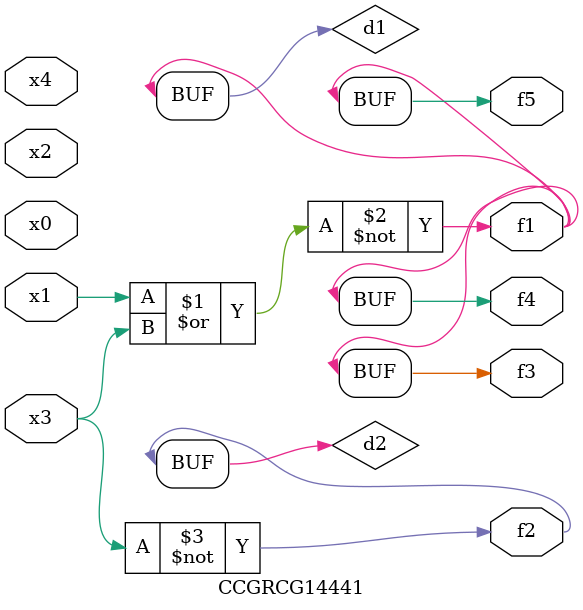
<source format=v>
module CCGRCG14441(
	input x0, x1, x2, x3, x4,
	output f1, f2, f3, f4, f5
);

	wire d1, d2;

	nor (d1, x1, x3);
	not (d2, x3);
	assign f1 = d1;
	assign f2 = d2;
	assign f3 = d1;
	assign f4 = d1;
	assign f5 = d1;
endmodule

</source>
